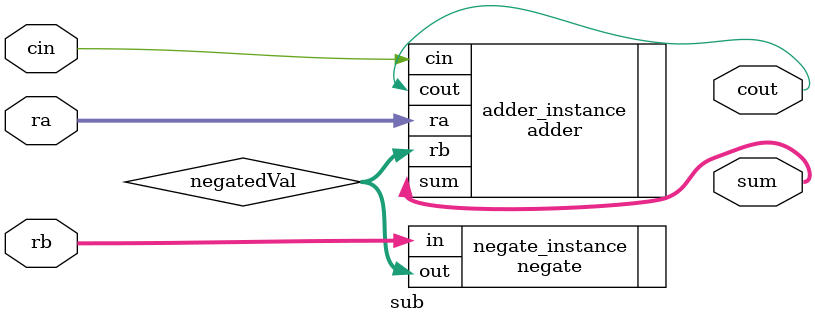
<source format=v>
module sub(input [31:0]ra, input [31:0]rb, input cin, output reg[31:0]sum, output reg cout);
	wire [31:0] negatedVal;
	negate negate_instance(.in(rb), .out(negatedVal));
	adder adder_instance(.ra(ra), .rb(negatedVal), .cin(cin), .sum(sum), .cout(cout));
endmodule	
</source>
